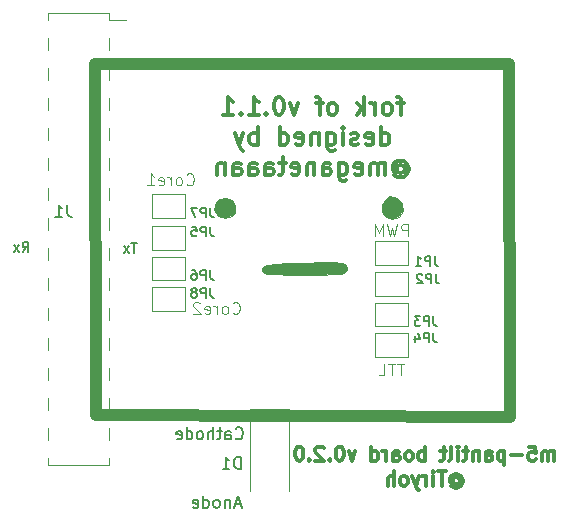
<source format=gbo>
G04 #@! TF.GenerationSoftware,KiCad,Pcbnew,(5.1.5)-3*
G04 #@! TF.CreationDate,2021-11-16T02:10:18+09:00*
G04 #@! TF.ProjectId,m5-pantilt,6d352d70-616e-4746-996c-742e6b696361,1*
G04 #@! TF.SameCoordinates,PX5f5e100PY5f5e100*
G04 #@! TF.FileFunction,Legend,Bot*
G04 #@! TF.FilePolarity,Positive*
%FSLAX46Y46*%
G04 Gerber Fmt 4.6, Leading zero omitted, Abs format (unit mm)*
G04 Created by KiCad (PCBNEW (5.1.5)-3) date 2021-11-16 02:10:18*
%MOMM*%
%LPD*%
G04 APERTURE LIST*
%ADD10C,0.300000*%
%ADD11C,0.150000*%
%ADD12C,0.125000*%
%ADD13C,1.000000*%
%ADD14C,0.010000*%
%ADD15C,0.120000*%
G04 APERTURE END LIST*
D10*
X33749285Y36526429D02*
X33177857Y36526429D01*
X33535000Y35526429D02*
X33535000Y36812143D01*
X33463571Y36955000D01*
X33320714Y37026429D01*
X33177857Y37026429D01*
X32463571Y35526429D02*
X32606428Y35597858D01*
X32677857Y35669286D01*
X32749285Y35812143D01*
X32749285Y36240715D01*
X32677857Y36383572D01*
X32606428Y36455000D01*
X32463571Y36526429D01*
X32249285Y36526429D01*
X32106428Y36455000D01*
X32035000Y36383572D01*
X31963571Y36240715D01*
X31963571Y35812143D01*
X32035000Y35669286D01*
X32106428Y35597858D01*
X32249285Y35526429D01*
X32463571Y35526429D01*
X31320714Y35526429D02*
X31320714Y36526429D01*
X31320714Y36240715D02*
X31249285Y36383572D01*
X31177857Y36455000D01*
X31035000Y36526429D01*
X30892142Y36526429D01*
X30392142Y35526429D02*
X30392142Y37026429D01*
X30249285Y36097858D02*
X29820714Y35526429D01*
X29820714Y36526429D02*
X30392142Y35955000D01*
X27820714Y35526429D02*
X27963571Y35597858D01*
X28035000Y35669286D01*
X28106428Y35812143D01*
X28106428Y36240715D01*
X28035000Y36383572D01*
X27963571Y36455000D01*
X27820714Y36526429D01*
X27606428Y36526429D01*
X27463571Y36455000D01*
X27392142Y36383572D01*
X27320714Y36240715D01*
X27320714Y35812143D01*
X27392142Y35669286D01*
X27463571Y35597858D01*
X27606428Y35526429D01*
X27820714Y35526429D01*
X26892142Y36526429D02*
X26320714Y36526429D01*
X26677857Y35526429D02*
X26677857Y36812143D01*
X26606428Y36955000D01*
X26463571Y37026429D01*
X26320714Y37026429D01*
X24820714Y36526429D02*
X24463571Y35526429D01*
X24106428Y36526429D01*
X23249285Y37026429D02*
X23106428Y37026429D01*
X22963571Y36955000D01*
X22892142Y36883572D01*
X22820714Y36740715D01*
X22749285Y36455000D01*
X22749285Y36097858D01*
X22820714Y35812143D01*
X22892142Y35669286D01*
X22963571Y35597858D01*
X23106428Y35526429D01*
X23249285Y35526429D01*
X23392142Y35597858D01*
X23463571Y35669286D01*
X23535000Y35812143D01*
X23606428Y36097858D01*
X23606428Y36455000D01*
X23535000Y36740715D01*
X23463571Y36883572D01*
X23392142Y36955000D01*
X23249285Y37026429D01*
X22106428Y35669286D02*
X22035000Y35597858D01*
X22106428Y35526429D01*
X22177857Y35597858D01*
X22106428Y35669286D01*
X22106428Y35526429D01*
X20606428Y35526429D02*
X21463571Y35526429D01*
X21035000Y35526429D02*
X21035000Y37026429D01*
X21177857Y36812143D01*
X21320714Y36669286D01*
X21463571Y36597858D01*
X19963571Y35669286D02*
X19892142Y35597858D01*
X19963571Y35526429D01*
X20035000Y35597858D01*
X19963571Y35669286D01*
X19963571Y35526429D01*
X18463571Y35526429D02*
X19320714Y35526429D01*
X18892142Y35526429D02*
X18892142Y37026429D01*
X19035000Y36812143D01*
X19177857Y36669286D01*
X19320714Y36597858D01*
X31820714Y32976429D02*
X31820714Y34476429D01*
X31820714Y33047858D02*
X31963571Y32976429D01*
X32249285Y32976429D01*
X32392142Y33047858D01*
X32463571Y33119286D01*
X32535000Y33262143D01*
X32535000Y33690715D01*
X32463571Y33833572D01*
X32392142Y33905000D01*
X32249285Y33976429D01*
X31963571Y33976429D01*
X31820714Y33905000D01*
X30535000Y33047858D02*
X30677857Y32976429D01*
X30963571Y32976429D01*
X31106428Y33047858D01*
X31177857Y33190715D01*
X31177857Y33762143D01*
X31106428Y33905000D01*
X30963571Y33976429D01*
X30677857Y33976429D01*
X30535000Y33905000D01*
X30463571Y33762143D01*
X30463571Y33619286D01*
X31177857Y33476429D01*
X29892142Y33047858D02*
X29749285Y32976429D01*
X29463571Y32976429D01*
X29320714Y33047858D01*
X29249285Y33190715D01*
X29249285Y33262143D01*
X29320714Y33405000D01*
X29463571Y33476429D01*
X29677857Y33476429D01*
X29820714Y33547858D01*
X29892142Y33690715D01*
X29892142Y33762143D01*
X29820714Y33905000D01*
X29677857Y33976429D01*
X29463571Y33976429D01*
X29320714Y33905000D01*
X28606428Y32976429D02*
X28606428Y33976429D01*
X28606428Y34476429D02*
X28677857Y34405000D01*
X28606428Y34333572D01*
X28535000Y34405000D01*
X28606428Y34476429D01*
X28606428Y34333572D01*
X27249285Y33976429D02*
X27249285Y32762143D01*
X27320714Y32619286D01*
X27392142Y32547858D01*
X27535000Y32476429D01*
X27749285Y32476429D01*
X27892142Y32547858D01*
X27249285Y33047858D02*
X27392142Y32976429D01*
X27677857Y32976429D01*
X27820714Y33047858D01*
X27892142Y33119286D01*
X27963571Y33262143D01*
X27963571Y33690715D01*
X27892142Y33833572D01*
X27820714Y33905000D01*
X27677857Y33976429D01*
X27392142Y33976429D01*
X27249285Y33905000D01*
X26535000Y33976429D02*
X26535000Y32976429D01*
X26535000Y33833572D02*
X26463571Y33905000D01*
X26320714Y33976429D01*
X26106428Y33976429D01*
X25963571Y33905000D01*
X25892142Y33762143D01*
X25892142Y32976429D01*
X24606428Y33047858D02*
X24749285Y32976429D01*
X25035000Y32976429D01*
X25177857Y33047858D01*
X25249285Y33190715D01*
X25249285Y33762143D01*
X25177857Y33905000D01*
X25035000Y33976429D01*
X24749285Y33976429D01*
X24606428Y33905000D01*
X24535000Y33762143D01*
X24535000Y33619286D01*
X25249285Y33476429D01*
X23249285Y32976429D02*
X23249285Y34476429D01*
X23249285Y33047858D02*
X23392142Y32976429D01*
X23677857Y32976429D01*
X23820714Y33047858D01*
X23892142Y33119286D01*
X23963571Y33262143D01*
X23963571Y33690715D01*
X23892142Y33833572D01*
X23820714Y33905000D01*
X23677857Y33976429D01*
X23392142Y33976429D01*
X23249285Y33905000D01*
X21392142Y32976429D02*
X21392142Y34476429D01*
X21392142Y33905000D02*
X21249285Y33976429D01*
X20963571Y33976429D01*
X20820714Y33905000D01*
X20749285Y33833572D01*
X20677857Y33690715D01*
X20677857Y33262143D01*
X20749285Y33119286D01*
X20820714Y33047858D01*
X20963571Y32976429D01*
X21249285Y32976429D01*
X21392142Y33047858D01*
X20177857Y33976429D02*
X19820714Y32976429D01*
X19463571Y33976429D02*
X19820714Y32976429D01*
X19963571Y32619286D01*
X20035000Y32547858D01*
X20177857Y32476429D01*
X33177857Y31140715D02*
X33249285Y31212143D01*
X33392142Y31283572D01*
X33535000Y31283572D01*
X33677857Y31212143D01*
X33749285Y31140715D01*
X33820714Y30997858D01*
X33820714Y30855000D01*
X33749285Y30712143D01*
X33677857Y30640715D01*
X33535000Y30569286D01*
X33392142Y30569286D01*
X33249285Y30640715D01*
X33177857Y30712143D01*
X33177857Y31283572D02*
X33177857Y30712143D01*
X33106428Y30640715D01*
X33035000Y30640715D01*
X32892142Y30712143D01*
X32820714Y30855000D01*
X32820714Y31212143D01*
X32963571Y31426429D01*
X33177857Y31569286D01*
X33463571Y31640715D01*
X33749285Y31569286D01*
X33963571Y31426429D01*
X34106428Y31212143D01*
X34177857Y30926429D01*
X34106428Y30640715D01*
X33963571Y30426429D01*
X33749285Y30283572D01*
X33463571Y30212143D01*
X33177857Y30283572D01*
X32963571Y30426429D01*
X32177857Y30426429D02*
X32177857Y31426429D01*
X32177857Y31283572D02*
X32106428Y31355000D01*
X31963571Y31426429D01*
X31749285Y31426429D01*
X31606428Y31355000D01*
X31535000Y31212143D01*
X31535000Y30426429D01*
X31535000Y31212143D02*
X31463571Y31355000D01*
X31320714Y31426429D01*
X31106428Y31426429D01*
X30963571Y31355000D01*
X30892142Y31212143D01*
X30892142Y30426429D01*
X29606428Y30497858D02*
X29749285Y30426429D01*
X30035000Y30426429D01*
X30177857Y30497858D01*
X30249285Y30640715D01*
X30249285Y31212143D01*
X30177857Y31355000D01*
X30035000Y31426429D01*
X29749285Y31426429D01*
X29606428Y31355000D01*
X29535000Y31212143D01*
X29535000Y31069286D01*
X30249285Y30926429D01*
X28249285Y31426429D02*
X28249285Y30212143D01*
X28320714Y30069286D01*
X28392142Y29997858D01*
X28535000Y29926429D01*
X28749285Y29926429D01*
X28892142Y29997858D01*
X28249285Y30497858D02*
X28392142Y30426429D01*
X28677857Y30426429D01*
X28820714Y30497858D01*
X28892142Y30569286D01*
X28963571Y30712143D01*
X28963571Y31140715D01*
X28892142Y31283572D01*
X28820714Y31355000D01*
X28677857Y31426429D01*
X28392142Y31426429D01*
X28249285Y31355000D01*
X26892142Y30426429D02*
X26892142Y31212143D01*
X26963571Y31355000D01*
X27106428Y31426429D01*
X27392142Y31426429D01*
X27535000Y31355000D01*
X26892142Y30497858D02*
X27035000Y30426429D01*
X27392142Y30426429D01*
X27535000Y30497858D01*
X27606428Y30640715D01*
X27606428Y30783572D01*
X27535000Y30926429D01*
X27392142Y30997858D01*
X27035000Y30997858D01*
X26892142Y31069286D01*
X26177857Y31426429D02*
X26177857Y30426429D01*
X26177857Y31283572D02*
X26106428Y31355000D01*
X25963571Y31426429D01*
X25749285Y31426429D01*
X25606428Y31355000D01*
X25535000Y31212143D01*
X25535000Y30426429D01*
X24249285Y30497858D02*
X24392142Y30426429D01*
X24677857Y30426429D01*
X24820714Y30497858D01*
X24892142Y30640715D01*
X24892142Y31212143D01*
X24820714Y31355000D01*
X24677857Y31426429D01*
X24392142Y31426429D01*
X24249285Y31355000D01*
X24177857Y31212143D01*
X24177857Y31069286D01*
X24892142Y30926429D01*
X23749285Y31426429D02*
X23177857Y31426429D01*
X23535000Y31926429D02*
X23535000Y30640715D01*
X23463571Y30497858D01*
X23320714Y30426429D01*
X23177857Y30426429D01*
X22035000Y30426429D02*
X22035000Y31212143D01*
X22106428Y31355000D01*
X22249285Y31426429D01*
X22535000Y31426429D01*
X22677857Y31355000D01*
X22035000Y30497858D02*
X22177857Y30426429D01*
X22535000Y30426429D01*
X22677857Y30497858D01*
X22749285Y30640715D01*
X22749285Y30783572D01*
X22677857Y30926429D01*
X22535000Y30997858D01*
X22177857Y30997858D01*
X22035000Y31069286D01*
X20677857Y30426429D02*
X20677857Y31212143D01*
X20749285Y31355000D01*
X20892142Y31426429D01*
X21177857Y31426429D01*
X21320714Y31355000D01*
X20677857Y30497858D02*
X20820714Y30426429D01*
X21177857Y30426429D01*
X21320714Y30497858D01*
X21392142Y30640715D01*
X21392142Y30783572D01*
X21320714Y30926429D01*
X21177857Y30997858D01*
X20820714Y30997858D01*
X20677857Y31069286D01*
X19320714Y30426429D02*
X19320714Y31212143D01*
X19392142Y31355000D01*
X19535000Y31426429D01*
X19820714Y31426429D01*
X19963571Y31355000D01*
X19320714Y30497858D02*
X19463571Y30426429D01*
X19820714Y30426429D01*
X19963571Y30497858D01*
X20035000Y30640715D01*
X20035000Y30783572D01*
X19963571Y30926429D01*
X19820714Y30997858D01*
X19463571Y30997858D01*
X19320714Y31069286D01*
X18606428Y31426429D02*
X18606428Y30426429D01*
X18606428Y31283572D02*
X18535000Y31355000D01*
X18392142Y31426429D01*
X18177857Y31426429D01*
X18035000Y31355000D01*
X17963571Y31212143D01*
X17963571Y30426429D01*
D11*
X19923809Y2533334D02*
X19447619Y2533334D01*
X20019047Y2247620D02*
X19685714Y3247620D01*
X19352380Y2247620D01*
X19019047Y2914286D02*
X19019047Y2247620D01*
X19019047Y2819048D02*
X18971428Y2866667D01*
X18876190Y2914286D01*
X18733333Y2914286D01*
X18638095Y2866667D01*
X18590476Y2771429D01*
X18590476Y2247620D01*
X17971428Y2247620D02*
X18066666Y2295239D01*
X18114285Y2342858D01*
X18161904Y2438096D01*
X18161904Y2723810D01*
X18114285Y2819048D01*
X18066666Y2866667D01*
X17971428Y2914286D01*
X17828571Y2914286D01*
X17733333Y2866667D01*
X17685714Y2819048D01*
X17638095Y2723810D01*
X17638095Y2438096D01*
X17685714Y2342858D01*
X17733333Y2295239D01*
X17828571Y2247620D01*
X17971428Y2247620D01*
X16780952Y2247620D02*
X16780952Y3247620D01*
X16780952Y2295239D02*
X16876190Y2247620D01*
X17066666Y2247620D01*
X17161904Y2295239D01*
X17209523Y2342858D01*
X17257142Y2438096D01*
X17257142Y2723810D01*
X17209523Y2819048D01*
X17161904Y2866667D01*
X17066666Y2914286D01*
X16876190Y2914286D01*
X16780952Y2866667D01*
X15923809Y2295239D02*
X16019047Y2247620D01*
X16209523Y2247620D01*
X16304761Y2295239D01*
X16352380Y2390477D01*
X16352380Y2771429D01*
X16304761Y2866667D01*
X16209523Y2914286D01*
X16019047Y2914286D01*
X15923809Y2866667D01*
X15876190Y2771429D01*
X15876190Y2676191D01*
X16352380Y2580953D01*
X19514285Y8142858D02*
X19561904Y8095239D01*
X19704761Y8047620D01*
X19800000Y8047620D01*
X19942857Y8095239D01*
X20038095Y8190477D01*
X20085714Y8285715D01*
X20133333Y8476191D01*
X20133333Y8619048D01*
X20085714Y8809524D01*
X20038095Y8904762D01*
X19942857Y9000000D01*
X19800000Y9047620D01*
X19704761Y9047620D01*
X19561904Y9000000D01*
X19514285Y8952381D01*
X18657142Y8047620D02*
X18657142Y8571429D01*
X18704761Y8666667D01*
X18800000Y8714286D01*
X18990476Y8714286D01*
X19085714Y8666667D01*
X18657142Y8095239D02*
X18752380Y8047620D01*
X18990476Y8047620D01*
X19085714Y8095239D01*
X19133333Y8190477D01*
X19133333Y8285715D01*
X19085714Y8380953D01*
X18990476Y8428572D01*
X18752380Y8428572D01*
X18657142Y8476191D01*
X18323809Y8714286D02*
X17942857Y8714286D01*
X18180952Y9047620D02*
X18180952Y8190477D01*
X18133333Y8095239D01*
X18038095Y8047620D01*
X17942857Y8047620D01*
X17609523Y8047620D02*
X17609523Y9047620D01*
X17180952Y8047620D02*
X17180952Y8571429D01*
X17228571Y8666667D01*
X17323809Y8714286D01*
X17466666Y8714286D01*
X17561904Y8666667D01*
X17609523Y8619048D01*
X16561904Y8047620D02*
X16657142Y8095239D01*
X16704761Y8142858D01*
X16752380Y8238096D01*
X16752380Y8523810D01*
X16704761Y8619048D01*
X16657142Y8666667D01*
X16561904Y8714286D01*
X16419047Y8714286D01*
X16323809Y8666667D01*
X16276190Y8619048D01*
X16228571Y8523810D01*
X16228571Y8238096D01*
X16276190Y8142858D01*
X16323809Y8095239D01*
X16419047Y8047620D01*
X16561904Y8047620D01*
X15371428Y8047620D02*
X15371428Y9047620D01*
X15371428Y8095239D02*
X15466666Y8047620D01*
X15657142Y8047620D01*
X15752380Y8095239D01*
X15800000Y8142858D01*
X15847619Y8238096D01*
X15847619Y8523810D01*
X15800000Y8619048D01*
X15752380Y8666667D01*
X15657142Y8714286D01*
X15466666Y8714286D01*
X15371428Y8666667D01*
X14514285Y8095239D02*
X14609523Y8047620D01*
X14800000Y8047620D01*
X14895238Y8095239D01*
X14942857Y8190477D01*
X14942857Y8571429D01*
X14895238Y8666667D01*
X14800000Y8714286D01*
X14609523Y8714286D01*
X14514285Y8666667D01*
X14466666Y8571429D01*
X14466666Y8476191D01*
X14942857Y8380953D01*
D12*
X15357142Y29642858D02*
X15404761Y29595239D01*
X15547619Y29547620D01*
X15642857Y29547620D01*
X15785714Y29595239D01*
X15880952Y29690477D01*
X15928571Y29785715D01*
X15976190Y29976191D01*
X15976190Y30119048D01*
X15928571Y30309524D01*
X15880952Y30404762D01*
X15785714Y30500000D01*
X15642857Y30547620D01*
X15547619Y30547620D01*
X15404761Y30500000D01*
X15357142Y30452381D01*
X14785714Y29547620D02*
X14880952Y29595239D01*
X14928571Y29642858D01*
X14976190Y29738096D01*
X14976190Y30023810D01*
X14928571Y30119048D01*
X14880952Y30166667D01*
X14785714Y30214286D01*
X14642857Y30214286D01*
X14547619Y30166667D01*
X14500000Y30119048D01*
X14452380Y30023810D01*
X14452380Y29738096D01*
X14500000Y29642858D01*
X14547619Y29595239D01*
X14642857Y29547620D01*
X14785714Y29547620D01*
X14023809Y29547620D02*
X14023809Y30214286D01*
X14023809Y30023810D02*
X13976190Y30119048D01*
X13928571Y30166667D01*
X13833333Y30214286D01*
X13738095Y30214286D01*
X13023809Y29595239D02*
X13119047Y29547620D01*
X13309523Y29547620D01*
X13404761Y29595239D01*
X13452380Y29690477D01*
X13452380Y30071429D01*
X13404761Y30166667D01*
X13309523Y30214286D01*
X13119047Y30214286D01*
X13023809Y30166667D01*
X12976190Y30071429D01*
X12976190Y29976191D01*
X13452380Y29880953D01*
X12023809Y29547620D02*
X12595238Y29547620D01*
X12309523Y29547620D02*
X12309523Y30547620D01*
X12404761Y30404762D01*
X12500000Y30309524D01*
X12595238Y30261905D01*
X19257142Y18742858D02*
X19304761Y18695239D01*
X19447619Y18647620D01*
X19542857Y18647620D01*
X19685714Y18695239D01*
X19780952Y18790477D01*
X19828571Y18885715D01*
X19876190Y19076191D01*
X19876190Y19219048D01*
X19828571Y19409524D01*
X19780952Y19504762D01*
X19685714Y19600000D01*
X19542857Y19647620D01*
X19447619Y19647620D01*
X19304761Y19600000D01*
X19257142Y19552381D01*
X18685714Y18647620D02*
X18780952Y18695239D01*
X18828571Y18742858D01*
X18876190Y18838096D01*
X18876190Y19123810D01*
X18828571Y19219048D01*
X18780952Y19266667D01*
X18685714Y19314286D01*
X18542857Y19314286D01*
X18447619Y19266667D01*
X18400000Y19219048D01*
X18352380Y19123810D01*
X18352380Y18838096D01*
X18400000Y18742858D01*
X18447619Y18695239D01*
X18542857Y18647620D01*
X18685714Y18647620D01*
X17923809Y18647620D02*
X17923809Y19314286D01*
X17923809Y19123810D02*
X17876190Y19219048D01*
X17828571Y19266667D01*
X17733333Y19314286D01*
X17638095Y19314286D01*
X16923809Y18695239D02*
X17019047Y18647620D01*
X17209523Y18647620D01*
X17304761Y18695239D01*
X17352380Y18790477D01*
X17352380Y19171429D01*
X17304761Y19266667D01*
X17209523Y19314286D01*
X17019047Y19314286D01*
X16923809Y19266667D01*
X16876190Y19171429D01*
X16876190Y19076191D01*
X17352380Y18980953D01*
X16495238Y19552381D02*
X16447619Y19600000D01*
X16352380Y19647620D01*
X16114285Y19647620D01*
X16019047Y19600000D01*
X15971428Y19552381D01*
X15923809Y19457143D01*
X15923809Y19361905D01*
X15971428Y19219048D01*
X16542857Y18647620D01*
X15923809Y18647620D01*
X34104761Y25247620D02*
X34104761Y26247620D01*
X33723809Y26247620D01*
X33628571Y26200000D01*
X33580952Y26152381D01*
X33533333Y26057143D01*
X33533333Y25914286D01*
X33580952Y25819048D01*
X33628571Y25771429D01*
X33723809Y25723810D01*
X34104761Y25723810D01*
X33200000Y26247620D02*
X32961904Y25247620D01*
X32771428Y25961905D01*
X32580952Y25247620D01*
X32342857Y26247620D01*
X31961904Y25247620D02*
X31961904Y26247620D01*
X31628571Y25533334D01*
X31295238Y26247620D01*
X31295238Y25247620D01*
D11*
X1476190Y23938096D02*
X1742857Y24319048D01*
X1933333Y23938096D02*
X1933333Y24738096D01*
X1628571Y24738096D01*
X1552380Y24700000D01*
X1514285Y24661905D01*
X1476190Y24585715D01*
X1476190Y24471429D01*
X1514285Y24395239D01*
X1552380Y24357143D01*
X1628571Y24319048D01*
X1933333Y24319048D01*
X1209523Y23938096D02*
X790476Y24471429D01*
X1209523Y24471429D02*
X790476Y23938096D01*
X11152380Y24638096D02*
X10695238Y24638096D01*
X10923809Y23838096D02*
X10923809Y24638096D01*
X10504761Y23838096D02*
X10085714Y24371429D01*
X10504761Y24371429D02*
X10085714Y23838096D01*
D13*
X7670800Y10058400D02*
X7620000Y39776400D01*
X42773600Y9956800D02*
X7670800Y10058400D01*
X42672000Y39827200D02*
X42773600Y9956800D01*
X7620000Y39776400D02*
X42672000Y39827200D01*
D12*
X33771428Y14447620D02*
X33200000Y14447620D01*
X33485714Y13447620D02*
X33485714Y14447620D01*
X33009523Y14447620D02*
X32438095Y14447620D01*
X32723809Y13447620D02*
X32723809Y14447620D01*
X31628571Y13447620D02*
X32104761Y13447620D01*
X32104761Y14447620D01*
D10*
X46502857Y6222143D02*
X46502857Y7022143D01*
X46502857Y6907858D02*
X46445714Y6965000D01*
X46331428Y7022143D01*
X46160000Y7022143D01*
X46045714Y6965000D01*
X45988571Y6850715D01*
X45988571Y6222143D01*
X45988571Y6850715D02*
X45931428Y6965000D01*
X45817142Y7022143D01*
X45645714Y7022143D01*
X45531428Y6965000D01*
X45474285Y6850715D01*
X45474285Y6222143D01*
X44331428Y7422143D02*
X44902857Y7422143D01*
X44960000Y6850715D01*
X44902857Y6907858D01*
X44788571Y6965000D01*
X44502857Y6965000D01*
X44388571Y6907858D01*
X44331428Y6850715D01*
X44274285Y6736429D01*
X44274285Y6450715D01*
X44331428Y6336429D01*
X44388571Y6279286D01*
X44502857Y6222143D01*
X44788571Y6222143D01*
X44902857Y6279286D01*
X44960000Y6336429D01*
X43760000Y6679286D02*
X42845714Y6679286D01*
X42274285Y7022143D02*
X42274285Y5822143D01*
X42274285Y6965000D02*
X42160000Y7022143D01*
X41931428Y7022143D01*
X41817142Y6965000D01*
X41760000Y6907858D01*
X41702857Y6793572D01*
X41702857Y6450715D01*
X41760000Y6336429D01*
X41817142Y6279286D01*
X41931428Y6222143D01*
X42160000Y6222143D01*
X42274285Y6279286D01*
X40674285Y6222143D02*
X40674285Y6850715D01*
X40731428Y6965000D01*
X40845714Y7022143D01*
X41074285Y7022143D01*
X41188571Y6965000D01*
X40674285Y6279286D02*
X40788571Y6222143D01*
X41074285Y6222143D01*
X41188571Y6279286D01*
X41245714Y6393572D01*
X41245714Y6507858D01*
X41188571Y6622143D01*
X41074285Y6679286D01*
X40788571Y6679286D01*
X40674285Y6736429D01*
X40102857Y7022143D02*
X40102857Y6222143D01*
X40102857Y6907858D02*
X40045714Y6965000D01*
X39931428Y7022143D01*
X39760000Y7022143D01*
X39645714Y6965000D01*
X39588571Y6850715D01*
X39588571Y6222143D01*
X39188571Y7022143D02*
X38731428Y7022143D01*
X39017142Y7422143D02*
X39017142Y6393572D01*
X38960000Y6279286D01*
X38845714Y6222143D01*
X38731428Y6222143D01*
X38331428Y6222143D02*
X38331428Y7022143D01*
X38331428Y7422143D02*
X38388571Y7365000D01*
X38331428Y7307858D01*
X38274285Y7365000D01*
X38331428Y7422143D01*
X38331428Y7307858D01*
X37588571Y6222143D02*
X37702857Y6279286D01*
X37760000Y6393572D01*
X37760000Y7422143D01*
X37302857Y7022143D02*
X36845714Y7022143D01*
X37131428Y7422143D02*
X37131428Y6393572D01*
X37074285Y6279286D01*
X36960000Y6222143D01*
X36845714Y6222143D01*
X35531428Y6222143D02*
X35531428Y7422143D01*
X35531428Y6965000D02*
X35417142Y7022143D01*
X35188571Y7022143D01*
X35074285Y6965000D01*
X35017142Y6907858D01*
X34960000Y6793572D01*
X34960000Y6450715D01*
X35017142Y6336429D01*
X35074285Y6279286D01*
X35188571Y6222143D01*
X35417142Y6222143D01*
X35531428Y6279286D01*
X34274285Y6222143D02*
X34388571Y6279286D01*
X34445714Y6336429D01*
X34502857Y6450715D01*
X34502857Y6793572D01*
X34445714Y6907858D01*
X34388571Y6965000D01*
X34274285Y7022143D01*
X34102857Y7022143D01*
X33988571Y6965000D01*
X33931428Y6907858D01*
X33874285Y6793572D01*
X33874285Y6450715D01*
X33931428Y6336429D01*
X33988571Y6279286D01*
X34102857Y6222143D01*
X34274285Y6222143D01*
X32845714Y6222143D02*
X32845714Y6850715D01*
X32902857Y6965000D01*
X33017142Y7022143D01*
X33245714Y7022143D01*
X33360000Y6965000D01*
X32845714Y6279286D02*
X32960000Y6222143D01*
X33245714Y6222143D01*
X33360000Y6279286D01*
X33417142Y6393572D01*
X33417142Y6507858D01*
X33360000Y6622143D01*
X33245714Y6679286D01*
X32960000Y6679286D01*
X32845714Y6736429D01*
X32274285Y6222143D02*
X32274285Y7022143D01*
X32274285Y6793572D02*
X32217142Y6907858D01*
X32160000Y6965000D01*
X32045714Y7022143D01*
X31931428Y7022143D01*
X31017142Y6222143D02*
X31017142Y7422143D01*
X31017142Y6279286D02*
X31131428Y6222143D01*
X31360000Y6222143D01*
X31474285Y6279286D01*
X31531428Y6336429D01*
X31588571Y6450715D01*
X31588571Y6793572D01*
X31531428Y6907858D01*
X31474285Y6965000D01*
X31360000Y7022143D01*
X31131428Y7022143D01*
X31017142Y6965000D01*
X29645714Y7022143D02*
X29360000Y6222143D01*
X29074285Y7022143D01*
X28388571Y7422143D02*
X28274285Y7422143D01*
X28160000Y7365000D01*
X28102857Y7307858D01*
X28045714Y7193572D01*
X27988571Y6965000D01*
X27988571Y6679286D01*
X28045714Y6450715D01*
X28102857Y6336429D01*
X28160000Y6279286D01*
X28274285Y6222143D01*
X28388571Y6222143D01*
X28502857Y6279286D01*
X28560000Y6336429D01*
X28617142Y6450715D01*
X28674285Y6679286D01*
X28674285Y6965000D01*
X28617142Y7193572D01*
X28560000Y7307858D01*
X28502857Y7365000D01*
X28388571Y7422143D01*
X27474285Y6336429D02*
X27417142Y6279286D01*
X27474285Y6222143D01*
X27531428Y6279286D01*
X27474285Y6336429D01*
X27474285Y6222143D01*
X26960000Y7307858D02*
X26902857Y7365000D01*
X26788571Y7422143D01*
X26502857Y7422143D01*
X26388571Y7365000D01*
X26331428Y7307858D01*
X26274285Y7193572D01*
X26274285Y7079286D01*
X26331428Y6907858D01*
X27017142Y6222143D01*
X26274285Y6222143D01*
X25760000Y6336429D02*
X25702857Y6279286D01*
X25760000Y6222143D01*
X25817142Y6279286D01*
X25760000Y6336429D01*
X25760000Y6222143D01*
X24960000Y7422143D02*
X24845714Y7422143D01*
X24731428Y7365000D01*
X24674285Y7307858D01*
X24617142Y7193572D01*
X24560000Y6965000D01*
X24560000Y6679286D01*
X24617142Y6450715D01*
X24674285Y6336429D01*
X24731428Y6279286D01*
X24845714Y6222143D01*
X24960000Y6222143D01*
X25074285Y6279286D01*
X25131428Y6336429D01*
X25188571Y6450715D01*
X25245714Y6679286D01*
X25245714Y6965000D01*
X25188571Y7193572D01*
X25131428Y7307858D01*
X25074285Y7365000D01*
X24960000Y7422143D01*
X37960000Y4693572D02*
X38017142Y4750715D01*
X38131428Y4807858D01*
X38245714Y4807858D01*
X38360000Y4750715D01*
X38417142Y4693572D01*
X38474285Y4579286D01*
X38474285Y4465000D01*
X38417142Y4350715D01*
X38360000Y4293572D01*
X38245714Y4236429D01*
X38131428Y4236429D01*
X38017142Y4293572D01*
X37960000Y4350715D01*
X37960000Y4807858D02*
X37960000Y4350715D01*
X37902857Y4293572D01*
X37845714Y4293572D01*
X37731428Y4350715D01*
X37674285Y4465000D01*
X37674285Y4750715D01*
X37788571Y4922143D01*
X37960000Y5036429D01*
X38188571Y5093572D01*
X38417142Y5036429D01*
X38588571Y4922143D01*
X38702857Y4750715D01*
X38760000Y4522143D01*
X38702857Y4293572D01*
X38588571Y4122143D01*
X38417142Y4007858D01*
X38188571Y3950715D01*
X37960000Y4007858D01*
X37788571Y4122143D01*
X37331428Y5322143D02*
X36645714Y5322143D01*
X36988571Y4122143D02*
X36988571Y5322143D01*
X36245714Y4122143D02*
X36245714Y4922143D01*
X36245714Y5322143D02*
X36302857Y5265000D01*
X36245714Y5207858D01*
X36188571Y5265000D01*
X36245714Y5322143D01*
X36245714Y5207858D01*
X35674285Y4122143D02*
X35674285Y4922143D01*
X35674285Y4693572D02*
X35617142Y4807858D01*
X35560000Y4865000D01*
X35445714Y4922143D01*
X35331428Y4922143D01*
X35045714Y4922143D02*
X34760000Y4122143D01*
X34474285Y4922143D02*
X34760000Y4122143D01*
X34874285Y3836429D01*
X34931428Y3779286D01*
X35045714Y3722143D01*
X33845714Y4122143D02*
X33960000Y4179286D01*
X34017142Y4236429D01*
X34074285Y4350715D01*
X34074285Y4693572D01*
X34017142Y4807858D01*
X33960000Y4865000D01*
X33845714Y4922143D01*
X33674285Y4922143D01*
X33560000Y4865000D01*
X33502857Y4807858D01*
X33445714Y4693572D01*
X33445714Y4350715D01*
X33502857Y4236429D01*
X33560000Y4179286D01*
X33674285Y4122143D01*
X33845714Y4122143D01*
X32931428Y4122143D02*
X32931428Y5322143D01*
X32417142Y4122143D02*
X32417142Y4750715D01*
X32474285Y4865000D01*
X32588571Y4922143D01*
X32760000Y4922143D01*
X32874285Y4865000D01*
X32931428Y4807858D01*
D14*
G36*
X25464797Y22987314D02*
G01*
X25373890Y22985403D01*
X23923781Y22947597D01*
X22923717Y22897547D01*
X22289007Y22822592D01*
X21934958Y22710073D01*
X21776879Y22547328D01*
X21744812Y22442906D01*
X21750636Y22254833D01*
X21906180Y22124926D01*
X22291558Y22042594D01*
X22986885Y21997246D01*
X24072278Y21978290D01*
X25284143Y21975011D01*
X26738653Y21979036D01*
X27741948Y21999435D01*
X28377533Y22048689D01*
X28728916Y22139283D01*
X28879603Y22283699D01*
X28913101Y22494421D01*
X28913221Y22517508D01*
X28887922Y22736588D01*
X28755633Y22884446D01*
X28431764Y22972265D01*
X27831728Y23011227D01*
X26870936Y23012516D01*
X25464797Y22987314D01*
G37*
X25464797Y22987314D02*
X25373890Y22985403D01*
X23923781Y22947597D01*
X22923717Y22897547D01*
X22289007Y22822592D01*
X21934958Y22710073D01*
X21776879Y22547328D01*
X21744812Y22442906D01*
X21750636Y22254833D01*
X21906180Y22124926D01*
X22291558Y22042594D01*
X22986885Y21997246D01*
X24072278Y21978290D01*
X25284143Y21975011D01*
X26738653Y21979036D01*
X27741948Y21999435D01*
X28377533Y22048689D01*
X28728916Y22139283D01*
X28879603Y22283699D01*
X28913101Y22494421D01*
X28913221Y22517508D01*
X28887922Y22736588D01*
X28755633Y22884446D01*
X28431764Y22972265D01*
X27831728Y23011227D01*
X26870936Y23012516D01*
X25464797Y22987314D01*
G36*
X32277738Y28410453D02*
G01*
X31914605Y27867896D01*
X31933362Y27305427D01*
X32239118Y26862564D01*
X32736981Y26678828D01*
X33316939Y26882517D01*
X33661645Y27407045D01*
X33574801Y28019307D01*
X33146685Y28481375D01*
X32620489Y28603363D01*
X32277738Y28410453D01*
G37*
X32277738Y28410453D02*
X31914605Y27867896D01*
X31933362Y27305427D01*
X32239118Y26862564D01*
X32736981Y26678828D01*
X33316939Y26882517D01*
X33661645Y27407045D01*
X33574801Y28019307D01*
X33146685Y28481375D01*
X32620489Y28603363D01*
X32277738Y28410453D01*
G36*
X18130009Y28366836D02*
G01*
X17870862Y28093984D01*
X17710943Y27461630D01*
X17997754Y26975095D01*
X18619537Y26787643D01*
X19211704Y26944524D01*
X19472584Y27225037D01*
X19497827Y27838642D01*
X19173307Y28292703D01*
X18662782Y28498381D01*
X18130009Y28366836D01*
G37*
X18130009Y28366836D02*
X17870862Y28093984D01*
X17710943Y27461630D01*
X17997754Y26975095D01*
X18619537Y26787643D01*
X19211704Y26944524D01*
X19472584Y27225037D01*
X19497827Y27838642D01*
X19173307Y28292703D01*
X18662782Y28498381D01*
X18130009Y28366836D01*
D15*
X3600000Y9000000D02*
X3600000Y7980000D01*
X8800000Y9000000D02*
X8800000Y7980000D01*
X3600000Y11540000D02*
X3600000Y10520000D01*
X8800000Y11540000D02*
X8800000Y10520000D01*
X3600000Y14080000D02*
X3600000Y13060000D01*
X8800000Y14080000D02*
X8800000Y13060000D01*
X3600000Y16620000D02*
X3600000Y15600000D01*
X8800000Y16620000D02*
X8800000Y15600000D01*
X3600000Y19160000D02*
X3600000Y18140000D01*
X8800000Y19160000D02*
X8800000Y18140000D01*
X3600000Y21700000D02*
X3600000Y20680000D01*
X8800000Y21700000D02*
X8800000Y20680000D01*
X3600000Y24240000D02*
X3600000Y23220000D01*
X8800000Y24240000D02*
X8800000Y23220000D01*
X3600000Y26780000D02*
X3600000Y25760000D01*
X8800000Y26780000D02*
X8800000Y25760000D01*
X3600000Y29320000D02*
X3600000Y28300000D01*
X8800000Y29320000D02*
X8800000Y28300000D01*
X3600000Y31860000D02*
X3600000Y30840000D01*
X8800000Y31860000D02*
X8800000Y30840000D01*
X3600000Y34400000D02*
X3600000Y33380000D01*
X8800000Y34400000D02*
X8800000Y33380000D01*
X3600000Y36940000D02*
X3600000Y35920000D01*
X8800000Y36940000D02*
X8800000Y35920000D01*
X3600000Y39480000D02*
X3600000Y38460000D01*
X8800000Y39480000D02*
X8800000Y38460000D01*
X3600000Y42020000D02*
X3600000Y41000000D01*
X8800000Y42020000D02*
X8800000Y41000000D01*
X3600000Y6460000D02*
X3600000Y5890000D01*
X8800000Y6460000D02*
X8800000Y5890000D01*
X3600000Y44110000D02*
X3600000Y43540000D01*
X8800000Y44110000D02*
X8800000Y43540000D01*
X10240000Y43540000D02*
X8800000Y43540000D01*
X8800000Y5890000D02*
X3600000Y5890000D01*
X8800000Y44110000D02*
X3600000Y44110000D01*
X20750000Y10600000D02*
X24050000Y10600000D01*
X24050000Y10600000D02*
X24050000Y3700000D01*
X20750000Y10600000D02*
X20750000Y3700000D01*
X31300000Y22800000D02*
X34100000Y22800000D01*
X34100000Y22800000D02*
X34100000Y24800000D01*
X34100000Y24800000D02*
X31300000Y24800000D01*
X31300000Y24800000D02*
X31300000Y22800000D01*
X31300000Y22200000D02*
X31300000Y20200000D01*
X34100000Y22200000D02*
X31300000Y22200000D01*
X34100000Y20200000D02*
X34100000Y22200000D01*
X31300000Y20200000D02*
X34100000Y20200000D01*
X34100000Y17600000D02*
X34100000Y19600000D01*
X31300000Y17600000D02*
X34100000Y17600000D01*
X31300000Y19600000D02*
X31300000Y17600000D01*
X34100000Y19600000D02*
X31300000Y19600000D01*
X34100000Y17000000D02*
X31300000Y17000000D01*
X31300000Y17000000D02*
X31300000Y15000000D01*
X31300000Y15000000D02*
X34100000Y15000000D01*
X34100000Y15000000D02*
X34100000Y17000000D01*
X12400000Y26100000D02*
X12400000Y24100000D01*
X15200000Y26100000D02*
X12400000Y26100000D01*
X15200000Y24100000D02*
X15200000Y26100000D01*
X12400000Y24100000D02*
X15200000Y24100000D01*
X12400000Y21500000D02*
X15200000Y21500000D01*
X15200000Y21500000D02*
X15200000Y23500000D01*
X15200000Y23500000D02*
X12400000Y23500000D01*
X12400000Y23500000D02*
X12400000Y21500000D01*
X12400000Y26800000D02*
X15200000Y26800000D01*
X15200000Y26800000D02*
X15200000Y28800000D01*
X15200000Y28800000D02*
X12400000Y28800000D01*
X12400000Y28800000D02*
X12400000Y26800000D01*
X12400000Y20900000D02*
X12400000Y18900000D01*
X15200000Y20900000D02*
X12400000Y20900000D01*
X15200000Y18900000D02*
X15200000Y20900000D01*
X12400000Y18900000D02*
X15200000Y18900000D01*
D11*
X5263333Y27877620D02*
X5263333Y27163334D01*
X5310952Y27020477D01*
X5406190Y26925239D01*
X5549047Y26877620D01*
X5644285Y26877620D01*
X4263333Y26877620D02*
X4834761Y26877620D01*
X4549047Y26877620D02*
X4549047Y27877620D01*
X4644285Y27734762D01*
X4739523Y27639524D01*
X4834761Y27591905D01*
X19938095Y5547620D02*
X19938095Y6547620D01*
X19700000Y6547620D01*
X19557142Y6500000D01*
X19461904Y6404762D01*
X19414285Y6309524D01*
X19366666Y6119048D01*
X19366666Y5976191D01*
X19414285Y5785715D01*
X19461904Y5690477D01*
X19557142Y5595239D01*
X19700000Y5547620D01*
X19938095Y5547620D01*
X18414285Y5547620D02*
X18985714Y5547620D01*
X18700000Y5547620D02*
X18700000Y6547620D01*
X18795238Y6404762D01*
X18890476Y6309524D01*
X18985714Y6261905D01*
X36366666Y23538096D02*
X36366666Y22966667D01*
X36404761Y22852381D01*
X36480952Y22776191D01*
X36595238Y22738096D01*
X36671428Y22738096D01*
X35985714Y22738096D02*
X35985714Y23538096D01*
X35680952Y23538096D01*
X35604761Y23500000D01*
X35566666Y23461905D01*
X35528571Y23385715D01*
X35528571Y23271429D01*
X35566666Y23195239D01*
X35604761Y23157143D01*
X35680952Y23119048D01*
X35985714Y23119048D01*
X34766666Y22738096D02*
X35223809Y22738096D01*
X34995238Y22738096D02*
X34995238Y23538096D01*
X35071428Y23423810D01*
X35147619Y23347620D01*
X35223809Y23309524D01*
X36466666Y22038096D02*
X36466666Y21466667D01*
X36504761Y21352381D01*
X36580952Y21276191D01*
X36695238Y21238096D01*
X36771428Y21238096D01*
X36085714Y21238096D02*
X36085714Y22038096D01*
X35780952Y22038096D01*
X35704761Y22000000D01*
X35666666Y21961905D01*
X35628571Y21885715D01*
X35628571Y21771429D01*
X35666666Y21695239D01*
X35704761Y21657143D01*
X35780952Y21619048D01*
X36085714Y21619048D01*
X35323809Y21961905D02*
X35285714Y22000000D01*
X35209523Y22038096D01*
X35019047Y22038096D01*
X34942857Y22000000D01*
X34904761Y21961905D01*
X34866666Y21885715D01*
X34866666Y21809524D01*
X34904761Y21695239D01*
X35361904Y21238096D01*
X34866666Y21238096D01*
X36266666Y18438096D02*
X36266666Y17866667D01*
X36304761Y17752381D01*
X36380952Y17676191D01*
X36495238Y17638096D01*
X36571428Y17638096D01*
X35885714Y17638096D02*
X35885714Y18438096D01*
X35580952Y18438096D01*
X35504761Y18400000D01*
X35466666Y18361905D01*
X35428571Y18285715D01*
X35428571Y18171429D01*
X35466666Y18095239D01*
X35504761Y18057143D01*
X35580952Y18019048D01*
X35885714Y18019048D01*
X35161904Y18438096D02*
X34666666Y18438096D01*
X34933333Y18133334D01*
X34819047Y18133334D01*
X34742857Y18095239D01*
X34704761Y18057143D01*
X34666666Y17980953D01*
X34666666Y17790477D01*
X34704761Y17714286D01*
X34742857Y17676191D01*
X34819047Y17638096D01*
X35047619Y17638096D01*
X35123809Y17676191D01*
X35161904Y17714286D01*
X36266666Y17038096D02*
X36266666Y16466667D01*
X36304761Y16352381D01*
X36380952Y16276191D01*
X36495238Y16238096D01*
X36571428Y16238096D01*
X35885714Y16238096D02*
X35885714Y17038096D01*
X35580952Y17038096D01*
X35504761Y17000000D01*
X35466666Y16961905D01*
X35428571Y16885715D01*
X35428571Y16771429D01*
X35466666Y16695239D01*
X35504761Y16657143D01*
X35580952Y16619048D01*
X35885714Y16619048D01*
X34742857Y16771429D02*
X34742857Y16238096D01*
X34933333Y17076191D02*
X35123809Y16504762D01*
X34628571Y16504762D01*
X17366666Y26038096D02*
X17366666Y25466667D01*
X17404761Y25352381D01*
X17480952Y25276191D01*
X17595238Y25238096D01*
X17671428Y25238096D01*
X16985714Y25238096D02*
X16985714Y26038096D01*
X16680952Y26038096D01*
X16604761Y26000000D01*
X16566666Y25961905D01*
X16528571Y25885715D01*
X16528571Y25771429D01*
X16566666Y25695239D01*
X16604761Y25657143D01*
X16680952Y25619048D01*
X16985714Y25619048D01*
X15804761Y26038096D02*
X16185714Y26038096D01*
X16223809Y25657143D01*
X16185714Y25695239D01*
X16109523Y25733334D01*
X15919047Y25733334D01*
X15842857Y25695239D01*
X15804761Y25657143D01*
X15766666Y25580953D01*
X15766666Y25390477D01*
X15804761Y25314286D01*
X15842857Y25276191D01*
X15919047Y25238096D01*
X16109523Y25238096D01*
X16185714Y25276191D01*
X16223809Y25314286D01*
X17366666Y22338096D02*
X17366666Y21766667D01*
X17404761Y21652381D01*
X17480952Y21576191D01*
X17595238Y21538096D01*
X17671428Y21538096D01*
X16985714Y21538096D02*
X16985714Y22338096D01*
X16680952Y22338096D01*
X16604761Y22300000D01*
X16566666Y22261905D01*
X16528571Y22185715D01*
X16528571Y22071429D01*
X16566666Y21995239D01*
X16604761Y21957143D01*
X16680952Y21919048D01*
X16985714Y21919048D01*
X15842857Y22338096D02*
X15995238Y22338096D01*
X16071428Y22300000D01*
X16109523Y22261905D01*
X16185714Y22147620D01*
X16223809Y21995239D01*
X16223809Y21690477D01*
X16185714Y21614286D01*
X16147619Y21576191D01*
X16071428Y21538096D01*
X15919047Y21538096D01*
X15842857Y21576191D01*
X15804761Y21614286D01*
X15766666Y21690477D01*
X15766666Y21880953D01*
X15804761Y21957143D01*
X15842857Y21995239D01*
X15919047Y22033334D01*
X16071428Y22033334D01*
X16147619Y21995239D01*
X16185714Y21957143D01*
X16223809Y21880953D01*
X17366666Y27638096D02*
X17366666Y27066667D01*
X17404761Y26952381D01*
X17480952Y26876191D01*
X17595238Y26838096D01*
X17671428Y26838096D01*
X16985714Y26838096D02*
X16985714Y27638096D01*
X16680952Y27638096D01*
X16604761Y27600000D01*
X16566666Y27561905D01*
X16528571Y27485715D01*
X16528571Y27371429D01*
X16566666Y27295239D01*
X16604761Y27257143D01*
X16680952Y27219048D01*
X16985714Y27219048D01*
X16261904Y27638096D02*
X15728571Y27638096D01*
X16071428Y26838096D01*
X17366666Y20838096D02*
X17366666Y20266667D01*
X17404761Y20152381D01*
X17480952Y20076191D01*
X17595238Y20038096D01*
X17671428Y20038096D01*
X16985714Y20038096D02*
X16985714Y20838096D01*
X16680952Y20838096D01*
X16604761Y20800000D01*
X16566666Y20761905D01*
X16528571Y20685715D01*
X16528571Y20571429D01*
X16566666Y20495239D01*
X16604761Y20457143D01*
X16680952Y20419048D01*
X16985714Y20419048D01*
X16071428Y20495239D02*
X16147619Y20533334D01*
X16185714Y20571429D01*
X16223809Y20647620D01*
X16223809Y20685715D01*
X16185714Y20761905D01*
X16147619Y20800000D01*
X16071428Y20838096D01*
X15919047Y20838096D01*
X15842857Y20800000D01*
X15804761Y20761905D01*
X15766666Y20685715D01*
X15766666Y20647620D01*
X15804761Y20571429D01*
X15842857Y20533334D01*
X15919047Y20495239D01*
X16071428Y20495239D01*
X16147619Y20457143D01*
X16185714Y20419048D01*
X16223809Y20342858D01*
X16223809Y20190477D01*
X16185714Y20114286D01*
X16147619Y20076191D01*
X16071428Y20038096D01*
X15919047Y20038096D01*
X15842857Y20076191D01*
X15804761Y20114286D01*
X15766666Y20190477D01*
X15766666Y20342858D01*
X15804761Y20419048D01*
X15842857Y20457143D01*
X15919047Y20495239D01*
M02*

</source>
